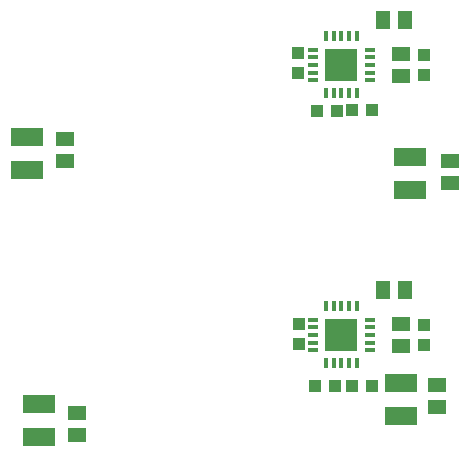
<source format=gbr>
G04 EAGLE Gerber X2 export*
%TF.Part,Single*%
%TF.FileFunction,Paste,Top*%
%TF.FilePolarity,Positive*%
%TF.GenerationSoftware,Autodesk,EAGLE,9.0.1*%
%TF.CreationDate,2018-08-29T03:15:35Z*%
G75*
%MOMM*%
%FSLAX34Y34*%
%LPD*%
%AMOC8*
5,1,8,0,0,1.08239X$1,22.5*%
G01*
%ADD10R,2.700000X1.600000*%
%ADD11R,1.500000X1.300000*%
%ADD12R,1.100000X1.000000*%
%ADD13R,1.300000X1.500000*%
%ADD14R,0.965200X0.381000*%
%ADD15R,0.381000X0.965200*%
%ADD16R,2.692400X2.692400*%
%ADD17R,1.000000X1.100000*%


D10*
X527274Y561205D03*
X527274Y533205D03*
D11*
X557754Y559245D03*
X557754Y540245D03*
D12*
X456150Y790981D03*
X473150Y790981D03*
X454880Y558571D03*
X471880Y558571D03*
X502995Y791616D03*
X485995Y791616D03*
D11*
X569184Y749110D03*
X569184Y730110D03*
D10*
X534894Y752340D03*
X534894Y724340D03*
D12*
X502995Y558571D03*
X485995Y558571D03*
D11*
X527845Y839674D03*
X527845Y820674D03*
D13*
X511995Y868274D03*
X530995Y868274D03*
D11*
X527845Y611074D03*
X527845Y592074D03*
D13*
X511995Y639674D03*
X530995Y639674D03*
D14*
X501175Y817220D03*
X501175Y823570D03*
X501175Y830174D03*
X501175Y836778D03*
X501175Y843128D03*
D15*
X489999Y854304D03*
X483649Y854304D03*
X477045Y854304D03*
X470441Y854304D03*
X464091Y854304D03*
D14*
X452915Y843128D03*
X452915Y836778D03*
X452915Y830174D03*
X452915Y823570D03*
X452915Y817220D03*
D15*
X464091Y806044D03*
X470441Y806044D03*
X477045Y806044D03*
X483649Y806044D03*
X489999Y806044D03*
D16*
X477045Y830174D03*
D14*
X501175Y588620D03*
X501175Y594970D03*
X501175Y601574D03*
X501175Y608178D03*
X501175Y614528D03*
D15*
X489999Y625704D03*
X483649Y625704D03*
X477045Y625704D03*
X470441Y625704D03*
X464091Y625704D03*
D14*
X452915Y614528D03*
X452915Y608178D03*
X452915Y601574D03*
X452915Y594970D03*
X452915Y588620D03*
D15*
X464091Y577444D03*
X470441Y577444D03*
X477045Y577444D03*
X483649Y577444D03*
X489999Y577444D03*
D16*
X477045Y601574D03*
D17*
X440914Y593495D03*
X440914Y610495D03*
X440324Y823320D03*
X440324Y840320D03*
X546895Y593074D03*
X546895Y610074D03*
X546895Y821674D03*
X546895Y838674D03*
D10*
X221209Y543425D03*
X221209Y515425D03*
X211049Y769485D03*
X211049Y741485D03*
D11*
X242799Y767525D03*
X242799Y748525D03*
X252959Y535750D03*
X252959Y516750D03*
M02*

</source>
